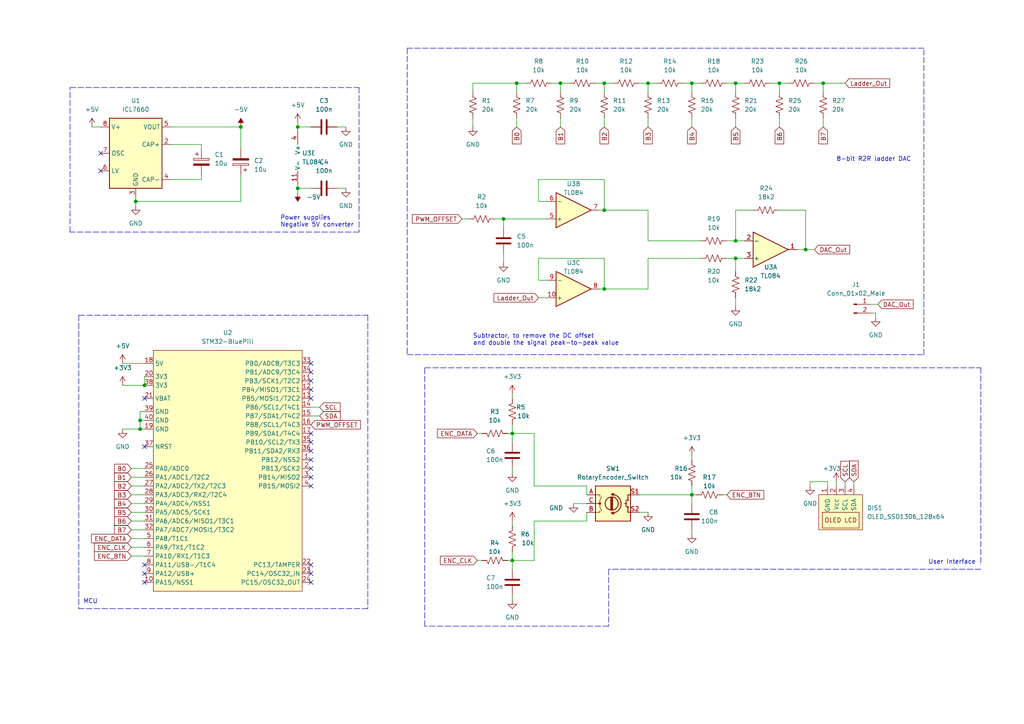
<source format=kicad_sch>
(kicad_sch (version 20211123) (generator eeschema)
  (paper "A4")
  (title_block (title "BluePill DDS function generator") (date "2022-01-26") (rev "A") (company "Bojan Sofronievski"))
  (lib_symbols
    (symbol "Amplifier_Operational:TL084" (pin_names (offset 0.127))
      (property "Reference" "U" (at 0 5.08 0))
      (property "Value" "TL084" (at 0 -5.08 0))
      (symbol "TL084_1_1"
        (polyline (pts (xy -5.08 5.08) (xy 5.08 0) (xy -5.08 -5.08) (xy -5.08 5.08)) (stroke (width 0.254)) (fill (type background)))
        (pin output line (at 7.62 0 180) (length 2.54) (name "~") (number "1"))
        (pin input line (at -7.62 -2.54 0) (length 2.54) (name "-") (number "2"))
        (pin input line (at -7.62 2.54 0) (length 2.54) (name "+") (number "3"))
      )
      (symbol "TL084_2_1"
        (polyline (pts (xy -5.08 5.08) (xy 5.08 0) (xy -5.08 -5.08) (xy -5.08 5.08)) (stroke (width 0.254)) (fill (type background)))
        (pin input line (at -7.62 2.54 0) (length 2.54) (name "+") (number "5"))
        (pin input line (at -7.62 -2.54 0) (length 2.54) (name "-") (number "6"))
        (pin output line (at 7.62 0 180) (length 2.54) (name "~") (number "7"))
      )
      (symbol "TL084_3_1"
        (polyline (pts (xy -5.08 5.08) (xy 5.08 0) (xy -5.08 -5.08) (xy -5.08 5.08)) (stroke (width 0.254)) (fill (type background)))
        (pin input line (at -7.62 2.54 0) (length 2.54) (name "+") (number "10"))
        (pin output line (at 7.62 0 180) (length 2.54) (name "~") (number "8"))
        (pin input line (at -7.62 -2.54 0) (length 2.54) (name "-") (number "9"))
      )
      (symbol "TL084_4_1"
        (polyline (pts (xy -5.08 5.08) (xy 5.08 0) (xy -5.08 -5.08) (xy -5.08 5.08)) (stroke (width 0.254)) (fill (type background)))
        (pin input line (at -7.62 2.54 0) (length 2.54) (name "+") (number "12"))
        (pin input line (at -7.62 -2.54 0) (length 2.54) (name "-") (number "13"))
        (pin output line (at 7.62 0 180) (length 2.54) (name "~") (number "14"))
      )
      (symbol "TL084_5_1"
        (pin power_in line (at -2.54 -7.62 90) (length 3.81) (name "V-") (number "11"))
        (pin power_in line (at -2.54 7.62 270) (length 3.81) (name "V+") (number "4"))
      )
    )
    (symbol "Connector:Conn_01x02_Male" (pin_names (offset 1.016) hide)
      (property "Reference" "J" (at 0 2.54 0))
      (property "Value" "Conn_01x02_Male" (at 0 -5.08 0))
      (symbol "Conn_01x02_Male_1_1"
        (polyline (pts (xy 1.27 -2.54) (xy 0.8636 -2.54)) (stroke (width 0.1524)))
        (polyline (pts (xy 1.27 0) (xy 0.8636 0)) (stroke (width 0.1524)))
        (rectangle (start 0.8636 -2.413) (end 0 -2.667) (stroke (width 0.1524)) (fill (type outline)))
        (rectangle (start 0.8636 0.127) (end 0 -0.127) (stroke (width 0.1524)) (fill (type outline)))
        (pin passive line (at 5.08 0 180) (length 3.81) (name "Pin_1") (number "1"))
        (pin passive line (at 5.08 -2.54 180) (length 3.81) (name "Pin_2") (number "2"))
      )
    )
    (symbol "Device:C" (pin_numbers hide) (pin_names (offset 0.254))
      (property "Reference" "C" (at 0.635 2.54 0))
      (property "Value" "C" (at 0.635 -2.54 0))
      (symbol "C_0_1"
        (polyline (pts (xy -2.032 -0.762) (xy 2.032 -0.762)) (stroke (width 0.508)))
        (polyline (pts (xy -2.032 0.762) (xy 2.032 0.762)) (stroke (width 0.508)))
      )
      (symbol "C_1_1"
        (pin passive line (at 0 3.81 270) (length 2.794) (name "~") (number "1"))
        (pin passive line (at 0 -3.81 90) (length 2.794) (name "~") (number "2"))
      )
    )
    (symbol "Device:C_Polarized" (pin_numbers hide) (pin_names (offset 0.254))
      (property "Reference" "C" (at 0.635 2.54 0))
      (property "Value" "C_Polarized" (at 0.635 -2.54 0))
      (symbol "C_Polarized_0_1"
        (rectangle (start -2.286 0.508) (end 2.286 1.016))
        (polyline (pts (xy -1.778 2.286) (xy -0.762 2.286)))
        (polyline (pts (xy -1.27 2.794) (xy -1.27 1.778)))
        (rectangle (start 2.286 -0.508) (end -2.286 -1.016) (fill (type outline)))
      )
      (symbol "C_Polarized_1_1"
        (pin passive line (at 0 3.81 270) (length 2.794) (name "~") (number "1"))
        (pin passive line (at 0 -3.81 90) (length 2.794) (name "~") (number "2"))
      )
    )
    (symbol "Device:R_US" (pin_numbers hide) (pin_names (offset 0))
      (property "Reference" "R" (at 2.54 0 90))
      (property "Value" "R_US" (at -2.54 0 90))
      (symbol "R_US_0_1"
        (polyline (pts (xy 0 -2.286) (xy 0 -2.54)))
        (polyline (pts (xy 0 2.286) (xy 0 2.54)))
        (polyline (pts (xy 0 -0.762) (xy 1.016 -1.143) (xy 0 -1.524) (xy -1.016 -1.905) (xy 0 -2.286)))
        (polyline (pts (xy 0 0.762) (xy 1.016 0.381) (xy 0 0) (xy -1.016 -0.381) (xy 0 -0.762)))
        (polyline (pts (xy 0 2.286) (xy 1.016 1.905) (xy 0 1.524) (xy -1.016 1.143) (xy 0 0.762)))
      )
      (symbol "R_US_1_1"
        (pin passive line (at 0 3.81 270) (length 1.27) (name "~") (number "1"))
        (pin passive line (at 0 -3.81 90) (length 1.27) (name "~") (number "2"))
      )
    )
    (symbol "Device:RotaryEncoder_Switch" (pin_names (offset 0.254) hide)
      (property "Reference" "SW" (at 0 6.604 0))
      (property "Value" "RotaryEncoder_Switch" (at 0 -6.604 0))
      (symbol "RotaryEncoder_Switch_0_1"
        (rectangle (start -5.08 5.08) (end 5.08 -5.08) (stroke (width 0.254)) (fill (type background)))
        (circle (center -3.81 0) (radius 0.254) (fill (type outline)))
        (arc (start -0.381 -2.794) (mid 2.3622 -0.0635) (end -0.381 2.667) (stroke (width 0.254)))
        (circle (center -0.381 0) (radius 1.905) (stroke (width 0.254)))
        (polyline (pts (xy -0.635 -1.778) (xy -0.635 1.778)) (stroke (width 0.254)))
        (polyline (pts (xy -0.381 -1.778) (xy -0.381 1.778)) (stroke (width 0.254)))
        (polyline (pts (xy -0.127 1.778) (xy -0.127 -1.778)) (stroke (width 0.254)))
        (polyline (pts (xy 3.81 0) (xy 3.429 0)) (stroke (width 0.254)))
        (polyline (pts (xy 3.81 1.016) (xy 3.81 -1.016)) (stroke (width 0.254)))
        (polyline (pts (xy -5.08 -2.54) (xy -3.81 -2.54) (xy -3.81 -2.032)))
        (polyline (pts (xy -5.08 2.54) (xy -3.81 2.54) (xy -3.81 2.032)))
        (polyline (pts (xy 0.254 -3.048) (xy -0.508 -2.794) (xy 0.127 -2.413)) (stroke (width 0.254)))
        (polyline (pts (xy 0.254 2.921) (xy -0.508 2.667) (xy 0.127 2.286)) (stroke (width 0.254)))
        (polyline (pts (xy 5.08 -2.54) (xy 4.318 -2.54) (xy 4.318 -1.016)) (stroke (width 0.254)))
        (polyline (pts (xy 5.08 2.54) (xy 4.318 2.54) (xy 4.318 1.016)) (stroke (width 0.254)))
        (polyline (pts (xy -5.08 0) (xy -3.81 0) (xy -3.81 -1.016) (xy -3.302 -2.032)))
        (polyline (pts (xy -4.318 0) (xy -3.81 0) (xy -3.81 1.016) (xy -3.302 2.032)))
        (circle (center 4.318 -1.016) (radius 0.127) (stroke (width 0.254)))
        (circle (center 4.318 1.016) (radius 0.127) (stroke (width 0.254)))
      )
      (symbol "RotaryEncoder_Switch_1_1"
        (pin passive line (at -7.62 2.54 0) (length 2.54) (name "A") (number "A"))
        (pin passive line (at -7.62 -2.54 0) (length 2.54) (name "B") (number "B"))
        (pin passive line (at -7.62 0 0) (length 2.54) (name "C") (number "C"))
        (pin passive line (at 7.62 2.54 180) (length 2.54) (name "S1") (number "S1"))
        (pin passive line (at 7.62 -2.54 180) (length 2.54) (name "S2") (number "S2"))
      )
    )
    (symbol "OLED_displays:OLED_SSD1306_128x64" (pin_names (offset 1.016))
      (property "Reference" "DIS" (at 0 -6.35 0))
      (property "Value" "OLED_SSD1306_128x64" (at 0 -8.89 0))
      (symbol "OLED_SSD1306_128x64_0_0"
        (text "OLED LCD" (at 0 -2.286 0) (effects (font (size 1.27 1.27))))
      )
      (symbol "OLED_SSD1306_128x64_0_1"
        (rectangle (start -6.35 5.08) (end 6.35 -5.08) (fill (type background)))
        (rectangle (start -5.334 0) (end 5.334 -4.572))
      )
      (symbol "OLED_SSD1306_128x64_1_1"
        (pin power_in line (at -3.81 7.62 270) (length 2.54) (name "GND") (number "1"))
        (pin power_in line (at -1.27 7.62 270) (length 2.54) (name "Vcc") (number "2"))
        (pin input line (at 1.27 7.62 270) (length 2.54) (name "SCL") (number "3"))
        (pin bidirectional line (at 3.81 7.62 270) (length 2.54) (name "SDA") (number "4"))
      )
    )
    (symbol "Regulator_SwitchedCapacitor:ICL7660"
      (property "Reference" "U" (at -6.35 11.43 0))
      (property "Value" "ICL7660" (at 3.81 11.43 0))
      (symbol "ICL7660_0_1"
        (rectangle (start -7.62 10.16) (end 7.62 -10.16) (stroke (width 0.254)) (fill (type background)))
      )
      (symbol "ICL7660_1_1"
        (pin no_connect line (at -7.62 5.08 0) (length 2.54) hide (name "NC") (number "1"))
        (pin input line (at 10.16 2.54 180) (length 2.54) (name "CAP+") (number "2"))
        (pin power_in line (at 0 -12.7 90) (length 2.54) (name "GND") (number "3"))
        (pin input line (at 10.16 -7.62 180) (length 2.54) (name "CAP-") (number "4"))
        (pin power_out line (at 10.16 7.62 180) (length 2.54) (name "VOUT") (number "5"))
        (pin input line (at -10.16 -5.08 0) (length 2.54) (name "LV") (number "6"))
        (pin input line (at -10.16 0 0) (length 2.54) (name "OSC") (number "7"))
        (pin power_in line (at -10.16 7.62 0) (length 2.54) (name "V+") (number "8"))
      )
    )
    (symbol "bluepill-fgen:STM32-BluePill"
      (property "Reference" "U" (at -20.32 35.56 0))
      (property "Value" "STM32-BluePill" (at 13.97 35.56 0))
      (symbol "STM32-BluePill_0_1"
        (rectangle (start -21.59 34.29) (end 21.59 -35.56) (fill (type background)))
      )
      (symbol "STM32-BluePill_1_1"
        (pin bidirectional line (at 24.13 2.54 180) (length 2.54) (name "PB12/NSS2") (number "1"))
        (pin bidirectional line (at -24.13 -33.02 0) (length 2.54) (name "PA15/NSS1") (number "10"))
        (pin bidirectional line (at 24.13 25.4 180) (length 2.54) (name "PB3/SCK1/T2C2") (number "11"))
        (pin bidirectional line (at 24.13 22.86 180) (length 2.54) (name "PB4/MISO1/T3C1") (number "12"))
        (pin bidirectional line (at 24.13 20.32 180) (length 2.54) (name "PB5/MOSI1/T2C2") (number "13"))
        (pin bidirectional line (at 24.13 17.78 180) (length 2.54) (name "PB6/SCL1/T4C1") (number "14"))
        (pin bidirectional line (at 24.13 15.24 180) (length 2.54) (name "PB7/SDA1/T4C2") (number "15"))
        (pin bidirectional line (at 24.13 12.7 180) (length 2.54) (name "PB8/SCL1/T4C3") (number "16"))
        (pin bidirectional line (at 24.13 10.16 180) (length 2.54) (name "PB9/SDA1/T4C4") (number "17"))
        (pin input line (at -24.13 30.48 0) (length 2.54) (name "5V") (number "18"))
        (pin input line (at -24.13 11.43 0) (length 2.54) (name "GND") (number "19"))
        (pin bidirectional line (at 24.13 0 180) (length 2.54) (name "PB13/SCK2") (number "2"))
        (pin input line (at -24.13 26.67 0) (length 2.54) (name "3V3") (number "20"))
        (pin input line (at -24.13 20.32 0) (length 2.54) (name "VBAT") (number "21"))
        (pin bidirectional line (at 24.13 -27.94 180) (length 2.54) (name "PC13/TAMPER") (number "22"))
        (pin bidirectional line (at 24.13 -30.48 180) (length 2.54) (name "PC14/OSC32_IN") (number "23"))
        (pin bidirectional line (at 24.13 -33.02 180) (length 2.54) (name "PC15/OSC32_OUT") (number "24"))
        (pin bidirectional line (at -24.13 0 0) (length 2.54) (name "PA0/ADC0") (number "25"))
        (pin bidirectional line (at -24.13 -2.54 0) (length 2.54) (name "PA1/ADC1/T2C2") (number "26"))
        (pin bidirectional line (at -24.13 -5.08 0) (length 2.54) (name "PA2/ADC2/TX2/T2C3") (number "27"))
        (pin bidirectional line (at -24.13 -7.62 0) (length 2.54) (name "PA3/ADC3/RX2/T2C4") (number "28"))
        (pin bidirectional line (at -24.13 -10.16 0) (length 2.54) (name "PA4/ADC4/NSS1") (number "29"))
        (pin bidirectional line (at 24.13 -2.54 180) (length 2.54) (name "PB14/MISO2") (number "3"))
        (pin bidirectional line (at -24.13 -12.7 0) (length 2.54) (name "PA5/ADC5/SCK1") (number "30"))
        (pin bidirectional line (at -24.13 -15.24 0) (length 2.54) (name "PA6/ADC6/MISO1/T3C1") (number "31"))
        (pin bidirectional line (at -24.13 -17.78 0) (length 2.54) (name "PA7/ADC7/MOSI1/T3C2") (number "32"))
        (pin bidirectional line (at 24.13 30.48 180) (length 2.54) (name "PB0/ADC8/T3C3") (number "33"))
        (pin bidirectional line (at 24.13 27.94 180) (length 2.54) (name "PB1/ADC9/T3C4") (number "34"))
        (pin bidirectional line (at 24.13 7.62 180) (length 2.54) (name "PB10/SCL2/TX3") (number "35"))
        (pin bidirectional line (at 24.13 5.08 180) (length 2.54) (name "PB11/SDA2/RX3") (number "36"))
        (pin input line (at -24.13 6.35 0) (length 2.54) (name "NRST") (number "37"))
        (pin input line (at -24.13 24.13 0) (length 2.54) (name "3V3") (number "38"))
        (pin input line (at -24.13 16.51 0) (length 2.54) (name "GND") (number "39"))
        (pin bidirectional line (at 24.13 -5.08 180) (length 2.54) (name "PB15/MOSI2") (number "4"))
        (pin input line (at -24.13 13.97 0) (length 2.54) (name "GND") (number "40"))
        (pin bidirectional line (at -24.13 -20.32 0) (length 2.54) (name "PA8/T1C1") (number "5"))
        (pin bidirectional line (at -24.13 -22.86 0) (length 2.54) (name "PA9/TX1/T1C2") (number "6"))
        (pin bidirectional line (at -24.13 -25.4 0) (length 2.54) (name "PA10/RX1/T1C3") (number "7"))
        (pin bidirectional line (at -24.13 -27.94 0) (length 2.54) (name "PA11/USB-/T1C4") (number "8"))
        (pin bidirectional line (at -24.13 -30.48 0) (length 2.54) (name "PA12/USB+") (number "9"))
      )
    )
    (symbol "power:+3V3" (power) (pin_names (offset 0))
      (property "Value" "+3V3" (at 0 3.556 0))
      (symbol "+3V3_0_1"
        (polyline (pts (xy -0.762 1.27) (xy 0 2.54)))
        (polyline (pts (xy 0 0) (xy 0 2.54)))
        (polyline (pts (xy 0 2.54) (xy 0.762 1.27)))
      )
      (symbol "+3V3_1_1"
        (pin power_in line (at 0 0 90) (length 0) hide (name "+3V3") (number "1"))
      )
    )
    (symbol "power:+5V" (power) (pin_names (offset 0))
      (property "Value" "+5V" (at 0 3.556 0))
      (symbol "+5V_0_1"
        (polyline (pts (xy -0.762 1.27) (xy 0 2.54)))
        (polyline (pts (xy 0 0) (xy 0 2.54)))
        (polyline (pts (xy 0 2.54) (xy 0.762 1.27)))
      )
      (symbol "+5V_1_1"
        (pin power_in line (at 0 0 90) (length 0) hide (name "+5V") (number "1"))
      )
    )
    (symbol "power:-5V" (power) (pin_names (offset 0))
      (property "Value" "-5V" (at 0 3.81 0))
      (symbol "-5V_0_0"
        (pin power_in line (at 0 0 90) (length 0) hide (name "-5V") (number "1"))
      )
      (symbol "-5V_0_1"
        (polyline (pts (xy 0 0) (xy 0 1.27) (xy 0.762 1.27) (xy 0 2.54) (xy -0.762 1.27) (xy 0 1.27)) (fill (type outline)))
      )
    )
    (symbol "power:GND" (power) (pin_names (offset 0))
      (property "Value" "GND" (at 0 -3.81 0))
      (symbol "GND_0_1"
        (polyline (pts (xy 0 0) (xy 0 -1.27) (xy 1.27 -1.27) (xy 0 -2.54) (xy -1.27 -1.27) (xy 0 -1.27)))
      )
      (symbol "GND_1_1"
        (pin power_in line (at 0 0 270) (length 0) hide (name "GND") (number "1"))
      )
    )
  )
  (junction (at 69.85 36.83))
  (junction (at 238.76 24.13))
  (junction (at 148.59 125.73))
  (junction (at 213.36 69.85))
  (junction (at 213.36 74.93))
  (junction (at 213.36 24.13))
  (junction (at 148.59 162.56))
  (junction (at 86.36 36.83))
  (junction (at 149.86 24.13))
  (junction (at 162.56 24.13))
  (junction (at 200.66 143.51))
  (junction (at 233.68 72.39))
  (junction (at 40.64 121.92))
  (junction (at 175.26 60.96))
  (junction (at 39.37 58.42))
  (junction (at 187.96 24.13))
  (junction (at 146.05 63.5))
  (junction (at 41.91 111.76))
  (junction (at 175.26 83.82))
  (junction (at 40.64 124.46))
  (junction (at 86.36 54.61))
  (junction (at 175.26 24.13))
  (junction (at 226.06 24.13))
  (junction (at 200.66 24.13))
  (no_connect (at 29.21 49.53))
  (no_connect (at 29.21 44.45))
  (no_connect (at 90.17 115.57))
  (no_connect (at 90.17 125.73))
  (no_connect (at 90.17 128.27))
  (no_connect (at 41.91 166.37))
  (no_connect (at 41.91 129.54))
  (no_connect (at 41.91 163.83))
  (no_connect (at 90.17 135.89))
  (no_connect (at 90.17 138.43))
  (no_connect (at 90.17 140.97))
  (no_connect (at 90.17 163.83))
  (no_connect (at 90.17 166.37))
  (no_connect (at 90.17 168.91))
  (no_connect (at 41.91 115.57))
  (no_connect (at 90.17 105.41))
  (no_connect (at 90.17 107.95))
  (no_connect (at 90.17 110.49))
  (no_connect (at 90.17 113.03))
  (no_connect (at 90.17 130.81))
  (no_connect (at 90.17 133.35))
  (no_connect (at 41.91 168.91))
  (wire (pts (xy 35.56 105.41) (xy 41.91 105.41)))
  (wire (pts (xy 148.59 114.3) (xy 148.59 115.57)))
  (wire (pts (xy 226.06 24.13) (xy 228.6 24.13)))
  (wire (pts (xy 175.26 24.13) (xy 177.8 24.13)))
  (wire (pts (xy 148.59 151.13) (xy 148.59 152.4)))
  (wire (pts (xy 58.42 41.91) (xy 49.53 41.91)))
  (polyline (pts (xy 284.48 165.1) (xy 176.53 165.1)))
  (wire (pts (xy 200.66 24.13) (xy 203.2 24.13)))
  (wire (pts (xy 210.82 24.13) (xy 213.36 24.13)))
  (wire (pts (xy 173.99 83.82) (xy 175.26 83.82)))
  (wire (pts (xy 175.26 34.29) (xy 175.26 36.83)))
  (wire (pts (xy 148.59 172.72) (xy 148.59 173.99)))
  (wire (pts (xy 175.26 74.93) (xy 156.21 74.93)))
  (wire (pts (xy 187.96 34.29) (xy 187.96 36.83)))
  (wire (pts (xy 38.1 140.97) (xy 41.91 140.97)))
  (polyline (pts (xy 133.35 102.87) (xy 267.97 102.87)))
  (wire (pts (xy 148.59 123.19) (xy 148.59 125.73)))
  (wire (pts (xy 40.64 121.92) (xy 41.91 121.92)))
  (wire (pts (xy 172.72 24.13) (xy 175.26 24.13)))
  (wire (pts (xy 170.18 151.13) (xy 170.18 148.59)))
  (wire (pts (xy 236.22 24.13) (xy 238.76 24.13)))
  (wire (pts (xy 210.82 74.93) (xy 213.36 74.93)))
  (wire (pts (xy 240.03 139.7) (xy 240.03 140.97)))
  (wire (pts (xy 86.36 53.34) (xy 86.36 54.61)))
  (polyline (pts (xy 267.97 102.87) (xy 267.97 13.97)))
  (wire (pts (xy 175.26 83.82) (xy 175.26 74.93)))
  (wire (pts (xy 133.985 63.5) (xy 135.89 63.5)))
  (polyline (pts (xy 22.86 91.44) (xy 106.68 91.44)))
  (wire (pts (xy 154.94 140.97) (xy 170.18 140.97)))
  (wire (pts (xy 146.05 73.66) (xy 146.05 76.2)))
  (wire (pts (xy 210.82 69.85) (xy 213.36 69.85)))
  (wire (pts (xy 35.56 111.76) (xy 41.91 111.76)))
  (wire (pts (xy 200.66 143.51) (xy 201.93 143.51)))
  (wire (pts (xy 252.73 88.265) (xy 254.635 88.265)))
  (wire (pts (xy 154.94 162.56) (xy 154.94 151.13)))
  (polyline (pts (xy 284.48 106.68) (xy 284.48 163.83)))
  (wire (pts (xy 41.91 124.46) (xy 40.64 124.46)))
  (wire (pts (xy 149.86 24.13) (xy 149.86 26.67)))
  (polyline (pts (xy 104.14 25.4) (xy 104.14 67.31)))
  (wire (pts (xy 148.59 160.02) (xy 148.59 162.56)))
  (wire (pts (xy 213.36 24.13) (xy 215.9 24.13)))
  (wire (pts (xy 200.66 143.51) (xy 200.66 146.05)))
  (wire (pts (xy 175.26 83.82) (xy 187.96 83.82)))
  (wire (pts (xy 187.96 69.85) (xy 203.2 69.85)))
  (wire (pts (xy 86.36 54.61) (xy 86.36 55.88)))
  (wire (pts (xy 158.75 58.42) (xy 156.21 58.42)))
  (wire (pts (xy 245.11 139.7) (xy 245.11 140.97)))
  (wire (pts (xy 175.26 60.96) (xy 173.99 60.96)))
  (wire (pts (xy 40.64 119.38) (xy 40.64 121.92)))
  (wire (pts (xy 156.21 81.28) (xy 156.21 74.93)))
  (wire (pts (xy 162.56 34.29) (xy 162.56 36.83)))
  (polyline (pts (xy 118.11 102.87) (xy 133.35 102.87)))
  (wire (pts (xy 69.85 50.8) (xy 69.85 58.42)))
  (wire (pts (xy 223.52 24.13) (xy 226.06 24.13)))
  (wire (pts (xy 162.56 24.13) (xy 162.56 26.67)))
  (wire (pts (xy 58.42 52.07) (xy 49.53 52.07)))
  (polyline (pts (xy 22.86 91.44) (xy 22.86 176.53)))
  (wire (pts (xy 38.1 156.21) (xy 41.91 156.21)))
  (wire (pts (xy 147.32 125.73) (xy 148.59 125.73)))
  (wire (pts (xy 69.85 58.42) (xy 39.37 58.42)))
  (wire (pts (xy 160.02 24.13) (xy 162.56 24.13)))
  (wire (pts (xy 86.36 35.56) (xy 86.36 36.83)))
  (wire (pts (xy 226.06 60.96) (xy 233.68 60.96)))
  (wire (pts (xy 146.05 63.5) (xy 146.05 66.04)))
  (wire (pts (xy 226.06 34.29) (xy 226.06 36.83)))
  (wire (pts (xy 146.05 63.5) (xy 158.75 63.5)))
  (polyline (pts (xy 106.68 176.53) (xy 22.86 176.53)))
  (wire (pts (xy 187.96 74.93) (xy 203.2 74.93)))
  (polyline (pts (xy 20.32 67.31) (xy 20.32 25.4)))
  (wire (pts (xy 58.42 43.18) (xy 58.42 41.91)))
  (wire (pts (xy 158.75 81.28) (xy 156.21 81.28)))
  (wire (pts (xy 86.36 54.61) (xy 90.17 54.61)))
  (wire (pts (xy 49.53 36.83) (xy 69.85 36.83)))
  (polyline (pts (xy 176.53 181.61) (xy 123.19 181.61)))
  (wire (pts (xy 218.44 60.96) (xy 213.36 60.96)))
  (wire (pts (xy 38.1 153.67) (xy 41.91 153.67)))
  (wire (pts (xy 156.21 52.07) (xy 175.26 52.07)))
  (wire (pts (xy 200.66 140.97) (xy 200.66 143.51)))
  (polyline (pts (xy 123.19 106.68) (xy 284.48 106.68)))
  (wire (pts (xy 200.66 153.67) (xy 200.66 154.94)))
  (wire (pts (xy 90.17 120.65) (xy 92.71 120.65)))
  (wire (pts (xy 143.51 63.5) (xy 146.05 63.5)))
  (wire (pts (xy 137.16 34.29) (xy 137.16 36.83)))
  (wire (pts (xy 200.66 132.08) (xy 200.66 133.35)))
  (wire (pts (xy 238.76 34.29) (xy 238.76 36.83)))
  (wire (pts (xy 148.59 162.56) (xy 147.32 162.56)))
  (polyline (pts (xy 118.11 13.97) (xy 118.11 102.87)))
  (wire (pts (xy 139.7 162.56) (xy 138.43 162.56)))
  (polyline (pts (xy 104.14 67.31) (xy 20.32 67.31)))
  (wire (pts (xy 138.43 125.73) (xy 139.7 125.73)))
  (wire (pts (xy 148.59 125.73) (xy 148.59 128.27)))
  (wire (pts (xy 149.86 24.13) (xy 152.4 24.13)))
  (polyline (pts (xy 133.35 13.97) (xy 118.11 13.97)))
  (wire (pts (xy 213.36 34.29) (xy 213.36 36.83)))
  (wire (pts (xy 38.1 151.13) (xy 41.91 151.13)))
  (wire (pts (xy 38.1 143.51) (xy 41.91 143.51)))
  (wire (pts (xy 187.96 24.13) (xy 190.5 24.13)))
  (wire (pts (xy 233.68 60.96) (xy 233.68 72.39)))
  (wire (pts (xy 252.73 90.805) (xy 254 90.805)))
  (wire (pts (xy 175.26 60.96) (xy 187.96 60.96)))
  (wire (pts (xy 213.36 69.85) (xy 215.9 69.85)))
  (polyline (pts (xy 106.68 91.44) (xy 106.68 176.53)))
  (wire (pts (xy 38.1 158.75) (xy 41.91 158.75)))
  (wire (pts (xy 213.36 60.96) (xy 213.36 69.85)))
  (polyline (pts (xy 20.32 25.4) (xy 104.14 25.4)))
  (wire (pts (xy 154.94 151.13) (xy 170.18 151.13)))
  (wire (pts (xy 200.66 24.13) (xy 200.66 26.67)))
  (wire (pts (xy 38.1 135.89) (xy 41.91 135.89)))
  (wire (pts (xy 242.57 139.7) (xy 242.57 140.97)))
  (wire (pts (xy 175.26 52.07) (xy 175.26 60.96)))
  (wire (pts (xy 149.86 34.29) (xy 149.86 36.83)))
  (wire (pts (xy 170.18 140.97) (xy 170.18 143.51)))
  (wire (pts (xy 148.59 125.73) (xy 154.94 125.73)))
  (wire (pts (xy 58.42 50.8) (xy 58.42 52.07)))
  (wire (pts (xy 247.65 139.7) (xy 247.65 140.97)))
  (polyline (pts (xy 267.97 13.97) (xy 133.35 13.97)))
  (wire (pts (xy 213.36 74.93) (xy 215.9 74.93)))
  (wire (pts (xy 40.64 121.92) (xy 40.64 124.46)))
  (wire (pts (xy 238.76 24.13) (xy 245.11 24.13)))
  (polyline (pts (xy 123.19 181.61) (xy 123.19 106.68)))
  (wire (pts (xy 38.1 148.59) (xy 41.91 148.59)))
  (wire (pts (xy 187.96 24.13) (xy 187.96 26.67)))
  (wire (pts (xy 162.56 24.13) (xy 165.1 24.13)))
  (wire (pts (xy 154.94 125.73) (xy 154.94 140.97)))
  (wire (pts (xy 148.59 162.56) (xy 148.59 165.1)))
  (wire (pts (xy 187.96 83.82) (xy 187.96 74.93)))
  (wire (pts (xy 156.21 58.42) (xy 156.21 52.07)))
  (wire (pts (xy 26.67 36.83) (xy 29.21 36.83)))
  (wire (pts (xy 86.36 36.83) (xy 86.36 38.1)))
  (wire (pts (xy 187.96 60.96) (xy 187.96 69.85)))
  (wire (pts (xy 233.68 72.39) (xy 231.14 72.39)))
  (wire (pts (xy 213.36 24.13) (xy 213.36 26.67)))
  (wire (pts (xy 86.36 36.83) (xy 90.17 36.83)))
  (wire (pts (xy 38.1 146.05) (xy 41.91 146.05)))
  (wire (pts (xy 148.59 135.89) (xy 148.59 137.16)))
  (wire (pts (xy 137.16 24.13) (xy 149.86 24.13)))
  (wire (pts (xy 39.37 58.42) (xy 39.37 59.69)))
  (wire (pts (xy 185.42 148.59) (xy 187.96 148.59)))
  (wire (pts (xy 41.91 109.22) (xy 41.91 111.76)))
  (wire (pts (xy 175.26 24.13) (xy 175.26 26.67)))
  (wire (pts (xy 233.68 72.39) (xy 236.22 72.39)))
  (wire (pts (xy 209.55 143.51) (xy 210.82 143.51)))
  (wire (pts (xy 137.16 24.13) (xy 137.16 26.67)))
  (wire (pts (xy 148.59 162.56) (xy 154.94 162.56)))
  (wire (pts (xy 35.56 124.46) (xy 40.64 124.46)))
  (wire (pts (xy 38.1 161.29) (xy 41.91 161.29)))
  (wire (pts (xy 97.79 36.83) (xy 100.33 36.83)))
  (wire (pts (xy 166.37 146.05) (xy 170.18 146.05)))
  (wire (pts (xy 185.42 24.13) (xy 187.96 24.13)))
  (wire (pts (xy 156.21 86.36) (xy 158.75 86.36)))
  (wire (pts (xy 198.12 24.13) (xy 200.66 24.13)))
  (wire (pts (xy 40.64 119.38) (xy 41.91 119.38)))
  (wire (pts (xy 97.79 54.61) (xy 100.33 54.61)))
  (polyline (pts (xy 176.53 165.1) (xy 176.53 181.61)))
  (wire (pts (xy 90.17 118.11) (xy 92.71 118.11)))
  (wire (pts (xy 39.37 57.15) (xy 39.37 58.42)))
  (wire (pts (xy 238.76 24.13) (xy 238.76 26.67)))
  (wire (pts (xy 226.06 24.13) (xy 226.06 26.67)))
  (wire (pts (xy 200.66 34.29) (xy 200.66 36.83)))
  (wire (pts (xy 213.36 74.93) (xy 213.36 78.74)))
  (wire (pts (xy 213.36 86.36) (xy 213.36 88.9)))
  (wire (pts (xy 69.85 36.83) (xy 69.85 43.18)))
  (wire (pts (xy 234.95 140.97) (xy 234.95 139.7)))
  (wire (pts (xy 185.42 143.51) (xy 200.66 143.51)))
  (wire (pts (xy 38.1 138.43) (xy 41.91 138.43)))
  (wire (pts (xy 254 90.805) (xy 254 92.075)))
  (wire (pts (xy 234.95 139.7) (xy 240.03 139.7)))
  (text "8-bit R2R ladder DAC" (at 242.57 46.99 0) (effects (font (size 1.27 1.27)) (justify left bottom)))
  (text "User Interface" (at 269.24 163.83 0) (effects (font (size 1.27 1.27)) (justify left bottom)))
  (text "MCU" (at 24.13 175.26 0) (effects (font (size 1.27 1.27)) (justify left bottom)))
  (text "Subtractor, to remove the DC offset \nand double the signal peak-to-peak value" (at 137.16 100.33 0) (effects (font (size 1.27 1.27)) (justify left bottom)))
  (text "Power supplies\nNegative 5V converter" (at 81.28 66.04 0) (effects (font (size 1.27 1.27)) (justify left bottom)))
  (global_label "B2" (shape input) (at 175.26 36.83 270) (property "Intersheet References" "${INTERSHEET_REFS}" (effects hide)))
  (global_label "B0" (shape input) (at 38.1 135.89 180) (property "Intersheet References" "${INTERSHEET_REFS}" (effects hide)))
  (global_label "B1" (shape input) (at 38.1 138.43 180) (property "Intersheet References" "${INTERSHEET_REFS}" (effects hide)))
  (global_label "Ladder_Out" (shape input) (at 245.11 24.13 0) (property "Intersheet References" "${INTERSHEET_REFS}" (effects hide)))
  (global_label "Ladder_Out" (shape input) (at 156.21 86.36 180) (property "Intersheet References" "${INTERSHEET_REFS}" (effects hide)))
  (global_label "SCL" (shape input) (at 92.71 118.11 0) (property "Intersheet References" "${INTERSHEET_REFS}" (effects hide)))
  (global_label "B6" (shape input) (at 226.06 36.83 270) (property "Intersheet References" "${INTERSHEET_REFS}" (effects hide)))
  (global_label "DAC_Out" (shape input) (at 236.22 72.39 0) (property "Intersheet References" "${INTERSHEET_REFS}" (effects hide)))
  (global_label "ENC_CLK" (shape input) (at 138.43 162.56 180) (property "Intersheet References" "${INTERSHEET_REFS}" (effects hide)))
  (global_label "B4" (shape input) (at 38.1 146.05 180) (property "Intersheet References" "${INTERSHEET_REFS}" (effects hide)))
  (global_label "B3" (shape input) (at 187.96 36.83 270) (property "Intersheet References" "${INTERSHEET_REFS}" (effects hide)))
  (global_label "B2" (shape input) (at 38.1 140.97 180) (property "Intersheet References" "${INTERSHEET_REFS}" (effects hide)))
  (global_label "ENC_CLK" (shape input) (at 38.1 158.75 180) (property "Intersheet References" "${INTERSHEET_REFS}" (effects hide)))
  (global_label "ENC_BTN" (shape input) (at 210.82 143.51 0) (property "Intersheet References" "${INTERSHEET_REFS}" (effects hide)))
  (global_label "B5" (shape input) (at 38.1 148.59 180) (property "Intersheet References" "${INTERSHEET_REFS}" (effects hide)))
  (global_label "B7" (shape input) (at 38.1 153.67 180) (property "Intersheet References" "${INTERSHEET_REFS}" (effects hide)))
  (global_label "B4" (shape input) (at 200.66 36.83 270) (property "Intersheet References" "${INTERSHEET_REFS}" (effects hide)))
  (global_label "PWM_OFFSET" (shape input) (at 90.17 123.19 0) (property "Intersheet References" "${INTERSHEET_REFS}" (effects hide)))
  (global_label "SDA" (shape input) (at 92.71 120.65 0) (property "Intersheet References" "${INTERSHEET_REFS}" (effects hide)))
  (global_label "B6" (shape input) (at 38.1 151.13 180) (property "Intersheet References" "${INTERSHEET_REFS}" (effects hide)))
  (global_label "B7" (shape input) (at 238.76 36.83 270) (property "Intersheet References" "${INTERSHEET_REFS}" (effects hide)))
  (global_label "B5" (shape input) (at 213.36 36.83 270) (property "Intersheet References" "${INTERSHEET_REFS}" (effects hide)))
  (global_label "SCL" (shape input) (at 245.11 139.7 90) (property "Intersheet References" "${INTERSHEET_REFS}" (effects hide)))
  (global_label "B0" (shape input) (at 149.86 36.83 270) (property "Intersheet References" "${INTERSHEET_REFS}" (effects hide)))
  (global_label "B3" (shape input) (at 38.1 143.51 180) (property "Intersheet References" "${INTERSHEET_REFS}" (effects hide)))
  (global_label "DAC_Out" (shape input) (at 254.635 88.265 0) (property "Intersheet References" "${INTERSHEET_REFS}" (effects hide)))
  (global_label "ENC_DATA" (shape input) (at 38.1 156.21 180) (property "Intersheet References" "${INTERSHEET_REFS}" (effects hide)))
  (global_label "PWM_OFFSET" (shape input) (at 133.985 63.5 180) (property "Intersheet References" "${INTERSHEET_REFS}" (effects hide)))
  (global_label "ENC_BTN" (shape input) (at 38.1 161.29 180) (property "Intersheet References" "${INTERSHEET_REFS}" (effects hide)))
  (global_label "B1" (shape input) (at 162.56 36.83 270) (property "Intersheet References" "${INTERSHEET_REFS}" (effects hide)))
  (global_label "SDA" (shape input) (at 247.65 139.7 90) (property "Intersheet References" "${INTERSHEET_REFS}" (effects hide)))
  (global_label "ENC_DATA" (shape input) (at 138.43 125.73 180) (property "Intersheet References" "${INTERSHEET_REFS}" (effects hide)))
  (symbol (lib_id "power:+3V3") (at 35.56 111.76 0) (unit 1)
    (property "Reference" "#PWR03" (effects hide))
    (property "Value" "+3V3" (at 35.56 106.68 0))
  )
  (symbol (lib_id "Amplifier_Operational:TL084") (at 166.37 60.96 0) (mirror x) (unit 2)
    (property "Reference" "U3" (at 166.37 53.34 0))
    (property "Value" "TL084" (at 166.37 55.88 0))
    (property "Footprint" "Package_DIP:DIP-14_W7.62mm" (effects hide))
    (property "Datasheet" "http://www.ti.com/lit/ds/symlink/tl081.pdf" (effects hide))
  )
  (symbol (lib_id "power:GND") (at 187.96 148.59 0) (unit 1)
    (property "Reference" "#PWR018" (effects hide))
    (property "Value" "GND" (at 187.96 153.67 0))
  )
  (symbol (lib_id "power:+3V3") (at 200.66 132.08 0) (mirror y) (unit 1)
    (property "Reference" "#PWR019" (effects hide))
    (property "Value" "+3V3" (at 200.66 127 0))
  )
  (symbol (lib_id "power:GND") (at 100.33 54.61 0) (unit 1)
    (property "Reference" "#PWR010" (effects hide))
    (property "Value" "GND" (at 100.33 59.69 0))
  )
  (symbol (lib_id "power:+3V3") (at 148.59 151.13 0) (unit 1)
    (property "Reference" "#PWR015" (effects hide))
    (property "Value" "+3V3" (at 148.59 146.05 0))
  )
  (symbol (lib_id "power:-5V") (at 86.36 55.88 180) (unit 1)
    (property "Reference" "#PWR08" (effects hide))
    (property "Value" "-5V" (at 88.9 57.1499 0) (effects (justify right)))
  )
  (symbol (lib_id "power:GND") (at 234.95 140.97 0) (unit 1)
    (property "Reference" "#PWR022" (effects hide))
    (property "Value" "GND" (at 234.95 146.05 0))
  )
  (symbol (lib_id "Device:R_US") (at 181.61 24.13 270) (unit 1)
    (property "Reference" "R12" (at 181.61 17.78 90))
    (property "Value" "10k" (at 181.61 20.32 90))
    (property "Footprint" "Resistor_THT:R_Axial_DIN0207_L6.3mm_D2.5mm_P7.62mm_Horizontal" (effects hide))
  )
  (symbol (lib_id "Device:C") (at 148.59 168.91 0) (mirror y) (unit 1)
    (property "Reference" "C7" (at 140.97 167.64 0) (effects (justify right)))
    (property "Value" "100n" (at 140.97 170.18 0) (effects (justify right)))
    (property "Footprint" "Capacitor_THT:C_Disc_D5.0mm_W2.5mm_P5.00mm" (effects hide))
  )
  (symbol (lib_id "Device:R_US") (at 213.36 82.55 0) (unit 1)
    (property "Reference" "R22" (at 215.9 81.2799 0) (effects (justify left)))
    (property "Value" "18k2" (at 215.9 83.8199 0) (effects (justify left)))
    (property "Footprint" "Resistor_THT:R_Axial_DIN0207_L6.3mm_D2.5mm_P7.62mm_Horizontal" (effects hide))
  )
  (symbol (lib_id "power:+3V3") (at 148.59 114.3 0) (unit 1)
    (property "Reference" "#PWR013" (effects hide))
    (property "Value" "+3V3" (at 148.59 109.22 0))
  )
  (symbol (lib_id "bluepill-fgen:STM32-BluePill") (at 66.04 135.89 0) (unit 1)
    (property "Reference" "U2" (at 66.04 96.52 0))
    (property "Value" "STM32-BluePill" (at 66.04 99.06 0))
    (property "Footprint" "bluepill-fgen:STM32-BluePill" (effects hide))
  )
  (symbol (lib_id "Regulator_SwitchedCapacitor:ICL7660") (at 39.37 44.45 0) (unit 1)
    (property "Reference" "U1" (at 39.37 29.21 0))
    (property "Value" "ICL7660" (at 39.37 31.75 0))
    (property "Footprint" "Package_DIP:DIP-8_W7.62mm" (effects hide))
    (property "Datasheet" "http://datasheets.maximintegrated.com/en/ds/ICL7660-MAX1044.pdf" (effects hide))
  )
  (symbol (lib_id "power:+5V") (at 35.56 105.41 0) (unit 1)
    (property "Reference" "#PWR02" (effects hide))
    (property "Value" "+5V" (at 35.56 100.33 0))
  )
  (symbol (lib_id "Device:R_US") (at 143.51 125.73 270) (mirror x) (unit 1)
    (property "Reference" "R3" (at 143.51 119.38 90))
    (property "Value" "10k" (at 143.51 121.92 90))
    (property "Footprint" "Resistor_THT:R_Axial_DIN0207_L6.3mm_D2.5mm_P7.62mm_Horizontal" (effects hide))
  )
  (symbol (lib_id "Device:C") (at 148.59 132.08 0) (mirror y) (unit 1)
    (property "Reference" "C6" (at 140.97 130.81 0) (effects (justify right)))
    (property "Value" "100n" (at 140.97 133.35 0) (effects (justify right)))
    (property "Footprint" "Capacitor_THT:C_Disc_D5.0mm_W2.5mm_P5.00mm" (effects hide))
  )
  (symbol (lib_id "power:+5V") (at 86.36 35.56 0) (unit 1)
    (property "Reference" "#PWR07" (effects hide))
    (property "Value" "+5V" (at 86.36 30.48 0))
  )
  (symbol (lib_id "Device:R_US") (at 207.01 74.93 270) (unit 1)
    (property "Reference" "R20" (at 207.01 78.74 90))
    (property "Value" "10k" (at 207.01 81.28 90))
    (property "Footprint" "Resistor_THT:R_Axial_DIN0207_L6.3mm_D2.5mm_P7.62mm_Horizontal" (effects hide))
  )
  (symbol (lib_id "Device:R_US") (at 194.31 24.13 270) (unit 1)
    (property "Reference" "R14" (at 194.31 17.78 90))
    (property "Value" "10k" (at 194.31 20.32 90))
    (property "Footprint" "Resistor_THT:R_Axial_DIN0207_L6.3mm_D2.5mm_P7.62mm_Horizontal" (effects hide))
  )
  (symbol (lib_id "Device:R_US") (at 148.59 119.38 0) (mirror x) (unit 1)
    (property "Reference" "R5" (at 152.4 118.11 0) (effects (justify right)))
    (property "Value" "10k" (at 153.67 120.65 0) (effects (justify right)))
    (property "Footprint" "Resistor_THT:R_Axial_DIN0207_L6.3mm_D2.5mm_P7.62mm_Horizontal" (effects hide))
  )
  (symbol (lib_id "Connector:Conn_01x02_Male") (at 247.65 88.265 0) (unit 1)
    (property "Reference" "J1" (at 248.285 82.55 0))
    (property "Value" "Conn_01x02_Male" (at 248.285 85.09 0))
    (property "Footprint" "Connector_PinHeader_2.54mm:PinHeader_1x02_P2.54mm_Vertical" (effects hide))
  )
  (symbol (lib_id "power:GND") (at 137.16 36.83 0) (unit 1)
    (property "Reference" "#PWR011" (effects hide))
    (property "Value" "GND" (at 137.16 41.91 0))
  )
  (symbol (lib_id "Device:R_US") (at 187.96 30.48 180) (unit 1)
    (property "Reference" "R13" (at 190.5 29.2099 0) (effects (justify right)))
    (property "Value" "20k" (at 190.5 31.7499 0) (effects (justify right)))
    (property "Footprint" "Resistor_THT:R_Axial_DIN0207_L6.3mm_D2.5mm_P7.62mm_Horizontal" (effects hide))
  )
  (symbol (lib_id "Device:R_US") (at 156.21 24.13 270) (unit 1)
    (property "Reference" "R8" (at 156.21 17.78 90))
    (property "Value" "10k" (at 156.21 20.32 90))
    (property "Footprint" "Resistor_THT:R_Axial_DIN0207_L6.3mm_D2.5mm_P7.62mm_Horizontal" (effects hide))
  )
  (symbol (lib_id "Amplifier_Operational:TL084") (at 88.9 45.72 0) (unit 5)
    (property "Reference" "U3" (at 87.63 44.4499 0) (effects (justify left)))
    (property "Value" "TL084" (at 87.63 46.9899 0) (effects (justify left)))
    (property "Footprint" "Package_DIP:DIP-14_W7.62mm" (effects hide))
    (property "Datasheet" "http://www.ti.com/lit/ds/symlink/tl081.pdf" (effects hide))
  )
  (symbol (lib_id "Device:R_US") (at 222.25 60.96 270) (unit 1)
    (property "Reference" "R24" (at 222.25 54.61 90))
    (property "Value" "18k2" (at 222.25 57.15 90))
    (property "Footprint" "Resistor_THT:R_Axial_DIN0207_L6.3mm_D2.5mm_P7.62mm_Horizontal" (effects hide))
  )
  (symbol (lib_id "Device:R_US") (at 200.66 30.48 0) (unit 1)
    (property "Reference" "R15" (at 203.2 29.2099 0) (effects (justify left)))
    (property "Value" "20k" (at 203.2 31.7499 0) (effects (justify left)))
    (property "Footprint" "Resistor_THT:R_Axial_DIN0207_L6.3mm_D2.5mm_P7.62mm_Horizontal" (effects hide))
  )
  (symbol (lib_id "Device:R_US") (at 238.76 30.48 0) (unit 1)
    (property "Reference" "R27" (at 241.3 29.2099 0) (effects (justify left)))
    (property "Value" "20k" (at 241.3 31.7499 0) (effects (justify left)))
    (property "Footprint" "Resistor_THT:R_Axial_DIN0207_L6.3mm_D2.5mm_P7.62mm_Horizontal" (effects hide))
  )
  (symbol (lib_id "Device:R_US") (at 200.66 137.16 180) (unit 1)
    (property "Reference" "R16" (at 195.58 135.89 0) (effects (justify right)))
    (property "Value" "10k" (at 194.31 138.43 0) (effects (justify right)))
    (property "Footprint" "Resistor_THT:R_Axial_DIN0207_L6.3mm_D2.5mm_P7.62mm_Horizontal" (effects hide))
  )
  (symbol (lib_id "Device:R_US") (at 139.7 63.5 90) (unit 1)
    (property "Reference" "R2" (at 139.7 57.15 90))
    (property "Value" "10k" (at 139.7 59.69 90))
    (property "Footprint" "Resistor_THT:R_Axial_DIN0207_L6.3mm_D2.5mm_P7.62mm_Horizontal" (effects hide))
  )
  (symbol (lib_id "power:GND") (at 148.59 137.16 0) (unit 1)
    (property "Reference" "#PWR014" (effects hide))
    (property "Value" "GND" (at 148.59 142.24 0))
  )
  (symbol (lib_id "Device:C") (at 93.98 36.83 90) (unit 1)
    (property "Reference" "C3" (at 93.98 29.21 90))
    (property "Value" "100n" (at 93.98 31.75 90))
    (property "Footprint" "Capacitor_THT:C_Disc_D5.0mm_W2.5mm_P5.00mm" (effects hide))
  )
  (symbol (lib_id "power:GND") (at 213.36 88.9 0) (unit 1)
    (property "Reference" "#PWR021" (effects hide))
    (property "Value" "GND" (at 213.36 93.98 0))
  )
  (symbol (lib_id "power:GND") (at 200.66 154.94 0) (mirror y) (unit 1)
    (property "Reference" "#PWR020" (effects hide))
    (property "Value" "GND" (at 200.66 160.02 0))
  )
  (symbol (lib_id "power:+3V3") (at 242.57 139.7 0) (unit 1)
    (property "Reference" "#PWR023" (effects hide))
    (property "Value" "+3V3" (at 241.3 135.89 0))
  )
  (symbol (lib_id "Device:R_US") (at 207.01 69.85 270) (unit 1)
    (property "Reference" "R19" (at 207.01 63.5 90))
    (property "Value" "10k" (at 207.01 66.04 90))
    (property "Footprint" "Resistor_THT:R_Axial_DIN0207_L6.3mm_D2.5mm_P7.62mm_Horizontal" (effects hide))
  )
  (symbol (lib_id "Device:R_US") (at 137.16 30.48 180) (unit 1)
    (property "Reference" "R1" (at 139.7 29.2099 0) (effects (justify right)))
    (property "Value" "20k" (at 139.7 31.7499 0) (effects (justify right)))
    (property "Footprint" "Resistor_THT:R_Axial_DIN0207_L6.3mm_D2.5mm_P7.62mm_Horizontal" (effects hide))
  )
  (symbol (lib_id "Device:C_Polarized") (at 69.85 46.99 180) (unit 1)
    (property "Reference" "C2" (at 73.66 46.6089 0) (effects (justify right)))
    (property "Value" "10u" (at 73.66 49.1489 0) (effects (justify right)))
    (property "Footprint" "Capacitor_THT:CP_Radial_D5.0mm_P2.50mm" (effects hide))
  )
  (symbol (lib_id "Amplifier_Operational:TL084") (at 223.52 72.39 0) (mirror x) (unit 1)
    (property "Reference" "U3" (at 223.52 77.47 0))
    (property "Value" "TL084" (at 223.52 80.01 0))
    (property "Footprint" "Package_DIP:DIP-14_W7.62mm" (effects hide))
    (property "Datasheet" "http://www.ti.com/lit/ds/symlink/tl081.pdf" (effects hide))
  )
  (symbol (lib_id "Device:R_US") (at 205.74 143.51 270) (unit 1)
    (property "Reference" "R17" (at 205.74 138.43 90))
    (property "Value" "10k" (at 205.74 140.97 90))
    (property "Footprint" "Resistor_THT:R_Axial_DIN0207_L6.3mm_D2.5mm_P7.62mm_Horizontal" (effects hide))
  )
  (symbol (lib_id "power:+5V") (at 26.67 36.83 0) (unit 1)
    (property "Reference" "#PWR01" (effects hide))
    (property "Value" "+5V" (at 26.67 31.75 0))
  )
  (symbol (lib_id "Device:R_US") (at 219.71 24.13 270) (unit 1)
    (property "Reference" "R23" (at 219.71 17.78 90))
    (property "Value" "10k" (at 219.71 20.32 90))
    (property "Footprint" "Resistor_THT:R_Axial_DIN0207_L6.3mm_D2.5mm_P7.62mm_Horizontal" (effects hide))
  )
  (symbol (lib_id "Device:C") (at 200.66 149.86 0) (unit 1)
    (property "Reference" "C8" (at 208.28 148.59 0) (effects (justify right)))
    (property "Value" "100n" (at 208.28 151.13 0) (effects (justify right)))
    (property "Footprint" "Capacitor_THT:C_Disc_D5.0mm_W2.5mm_P5.00mm" (effects hide))
  )
  (symbol (lib_id "power:GND") (at 146.05 76.2 0) (unit 1)
    (property "Reference" "#PWR012" (effects hide))
    (property "Value" "GND" (at 146.05 81.28 0))
  )
  (symbol (lib_id "power:-5V") (at 69.85 36.83 0) (unit 1)
    (property "Reference" "#PWR06" (effects hide))
    (property "Value" "-5V" (at 69.85 31.75 0))
  )
  (symbol (lib_id "Device:R_US") (at 149.86 30.48 0) (unit 1)
    (property "Reference" "R7" (at 152.4 29.2099 0) (effects (justify left)))
    (property "Value" "20k" (at 152.4 31.7499 0) (effects (justify left)))
    (property "Footprint" "Resistor_THT:R_Axial_DIN0207_L6.3mm_D2.5mm_P7.62mm_Horizontal" (effects hide))
  )
  (symbol (lib_id "power:GND") (at 39.37 59.69 0) (unit 1)
    (property "Reference" "#PWR05" (effects hide))
    (property "Value" "GND" (at 39.37 64.77 0))
  )
  (symbol (lib_id "Device:R_US") (at 168.91 24.13 270) (unit 1)
    (property "Reference" "R10" (at 168.91 17.78 90))
    (property "Value" "10k" (at 168.91 20.32 90))
    (property "Footprint" "Resistor_THT:R_Axial_DIN0207_L6.3mm_D2.5mm_P7.62mm_Horizontal" (effects hide))
  )
  (symbol (lib_id "power:GND") (at 100.33 36.83 0) (unit 1)
    (property "Reference" "#PWR09" (effects hide))
    (property "Value" "GND" (at 100.33 41.91 0))
  )
  (symbol (lib_id "OLED_displays:OLED_SSD1306_128x64") (at 243.84 148.59 0) (unit 1)
    (property "Reference" "DIS1" (at 251.46 147.3199 0) (effects (justify left)))
    (property "Value" "OLED_SSD1306_128x64" (at 251.46 149.8599 0) (effects (justify left)))
    (property "Footprint" "oled-displays:OLED-SSD1306-128x64" (effects hide))
  )
  (symbol (lib_id "Amplifier_Operational:TL084") (at 166.37 83.82 0) (mirror x) (unit 3)
    (property "Reference" "U3" (at 166.37 76.2 0))
    (property "Value" "TL084" (at 166.37 78.74 0))
    (property "Footprint" "Package_DIP:DIP-14_W7.62mm" (effects hide))
    (property "Datasheet" "http://www.ti.com/lit/ds/symlink/tl081.pdf" (effects hide))
  )
  (symbol (lib_id "Device:R_US") (at 207.01 24.13 270) (unit 1)
    (property "Reference" "R18" (at 207.01 17.78 90))
    (property "Value" "10k" (at 207.01 20.32 90))
    (property "Footprint" "Resistor_THT:R_Axial_DIN0207_L6.3mm_D2.5mm_P7.62mm_Horizontal" (effects hide))
  )
  (symbol (lib_id "Device:R_US") (at 162.56 30.48 180) (unit 1)
    (property "Reference" "R9" (at 165.1 29.2099 0) (effects (justify right)))
    (property "Value" "20k" (at 165.1 31.7499 0) (effects (justify right)))
    (property "Footprint" "Resistor_THT:R_Axial_DIN0207_L6.3mm_D2.5mm_P7.62mm_Horizontal" (effects hide))
  )
  (symbol (lib_id "power:GND") (at 166.37 146.05 0) (unit 1)
    (property "Reference" "#PWR017" (effects hide))
    (property "Value" "GND" (at 161.29 147.32 0))
  )
  (symbol (lib_id "Device:R_US") (at 148.59 156.21 0) (mirror x) (unit 1)
    (property "Reference" "R6" (at 153.67 154.94 0) (effects (justify right)))
    (property "Value" "10k" (at 154.94 157.48 0) (effects (justify right)))
    (property "Footprint" "Resistor_THT:R_Axial_DIN0207_L6.3mm_D2.5mm_P7.62mm_Horizontal" (effects hide))
  )
  (symbol (lib_id "Device:C") (at 146.05 69.85 180) (unit 1)
    (property "Reference" "C5" (at 149.86 68.5799 0) (effects (justify right)))
    (property "Value" "100n" (at 149.86 71.1199 0) (effects (justify right)))
    (property "Footprint" "Capacitor_THT:C_Disc_D5.0mm_W2.5mm_P5.00mm" (effects hide))
  )
  (symbol (lib_id "Device:C_Polarized") (at 58.42 46.99 0) (unit 1)
    (property "Reference" "C1" (at 62.23 44.8309 0) (effects (justify left)))
    (property "Value" "10u" (at 62.23 47.3709 0) (effects (justify left)))
    (property "Footprint" "Capacitor_THT:CP_Radial_D5.0mm_P2.50mm" (effects hide))
  )
  (symbol (lib_id "Device:R_US") (at 213.36 30.48 180) (unit 1)
    (property "Reference" "R21" (at 215.9 29.2099 0) (effects (justify right)))
    (property "Value" "20k" (at 215.9 31.7499 0) (effects (justify right)))
    (property "Footprint" "Resistor_THT:R_Axial_DIN0207_L6.3mm_D2.5mm_P7.62mm_Horizontal" (effects hide))
  )
  (symbol (lib_id "Device:R_US") (at 226.06 30.48 0) (unit 1)
    (property "Reference" "R25" (at 228.6 29.2099 0) (effects (justify left)))
    (property "Value" "20k" (at 228.6 31.7499 0) (effects (justify left)))
    (property "Footprint" "Resistor_THT:R_Axial_DIN0207_L6.3mm_D2.5mm_P7.62mm_Horizontal" (effects hide))
  )
  (symbol (lib_id "Device:RotaryEncoder_Switch") (at 177.8 146.05 0) (unit 1)
    (property "Reference" "SW1" (at 177.8 135.89 0))
    (property "Value" "RotaryEncoder_Switch" (at 177.8 138.43 0))
    (property "Footprint" "Rotary_Encoder:RotaryEncoder_Alps_EC11E-Switch_Vertical_H20mm" (effects hide))
  )
  (symbol (lib_id "power:GND") (at 148.59 173.99 0) (unit 1)
    (property "Reference" "#PWR016" (effects hide))
    (property "Value" "GND" (at 148.59 179.07 0))
  )
  (symbol (lib_id "power:GND") (at 254 92.075 0) (unit 1)
    (property "Reference" "#PWR024" (effects hide))
    (property "Value" "GND" (at 254 97.155 0))
  )
  (symbol (lib_id "Device:R_US") (at 175.26 30.48 0) (unit 1)
    (property "Reference" "R11" (at 177.8 29.2099 0) (effects (justify left)))
    (property "Value" "20k" (at 177.8 31.7499 0) (effects (justify left)))
    (property "Footprint" "Resistor_THT:R_Axial_DIN0207_L6.3mm_D2.5mm_P7.62mm_Horizontal" (effects hide))
  )
  (symbol (lib_id "power:GND") (at 35.56 124.46 0) (unit 1)
    (property "Reference" "#PWR04" (effects hide))
    (property "Value" "GND" (at 35.56 129.54 0))
  )
  (symbol (lib_id "Device:C") (at 93.98 54.61 90) (unit 1)
    (property "Reference" "C4" (at 93.98 46.99 90))
    (property "Value" "100n" (at 93.98 49.53 90))
    (property "Footprint" "Capacitor_THT:C_Disc_D5.0mm_W2.5mm_P5.00mm" (effects hide))
  )
  (symbol (lib_id "Device:R_US") (at 232.41 24.13 270) (unit 1)
    (property "Reference" "R26" (at 232.41 17.78 90))
    (property "Value" "10k" (at 232.41 20.32 90))
    (property "Footprint" "Resistor_THT:R_Axial_DIN0207_L6.3mm_D2.5mm_P7.62mm_Horizontal" (effects hide))
  )
  (symbol (lib_id "Device:R_US") (at 143.51 162.56 90) (mirror x) (unit 1)
    (property "Reference" "R4" (at 143.51 157.48 90))
    (property "Value" "10k" (at 143.51 160.02 90))
    (property "Footprint" "Resistor_THT:R_Axial_DIN0207_L6.3mm_D2.5mm_P7.62mm_Horizontal" (effects hide))
  )
)
</source>
